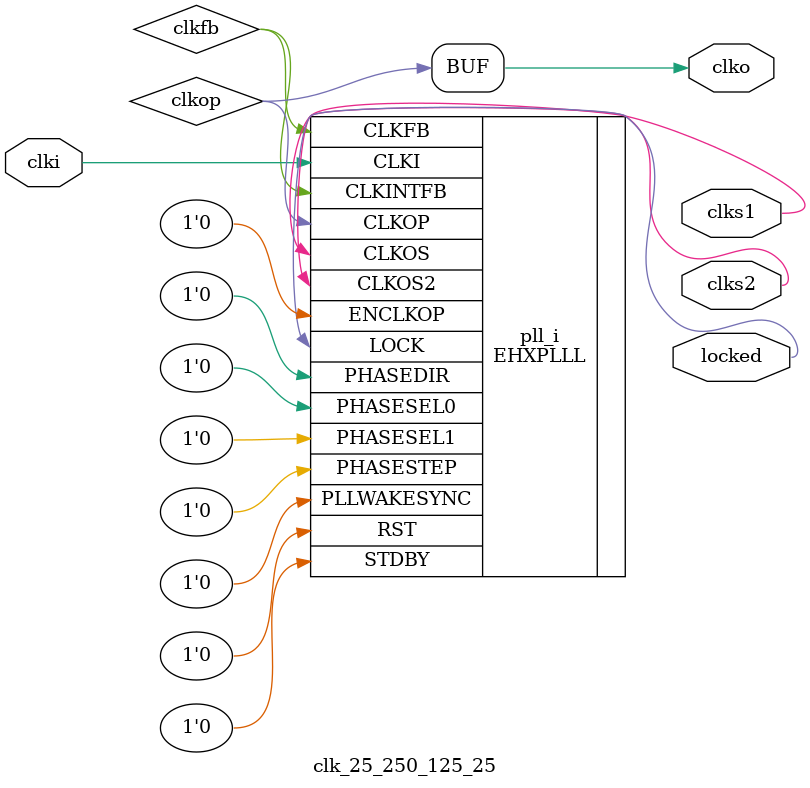
<source format=v>

module fleatop
(
  input  wire clk_25mhz,
  output wire [3:0] gpdi_dp, gpdi_dn,
  output wire PS2_enable,
  input  wire usb_fpga_dp, usb_fpga_dn,
  output wire Dram_CKE,
  output wire Dram_n_cs,
  output wire mmc_n_cs,
  output wire n_led1,
  output wire slave_tx_o,
  input  wire slave_rx_i,
  output wire GPIO_2,   // pin 3 on Raspi header
  input  wire GPIO_3,   // pin 5 on Raspi header
  input  wire ps2_clk2, 
  input  wire ps2_data2
);

  // Housekeeping logic for unwanted peripherals on FleaFPGA Ohm board goes here..
  assign Dram_CKE = 1'b 0;    // DRAM Clock disable.
  assign Dram_n_cs = 1'b 1;   // DRAM Chip disable.
  assign mmc_n_cs = 1'b 1;    // Micro SD card chip disable.
  assign PS2_enable = 1'b 1;  // Configures both USB host ports for legacy PS/2 mode.

  // clock generation
  wire pll_250mhz, pll_125mhz, pll_25mhz;

  clk_25_250_125_25 clk_pll (
    .clki(clk_25mhz),
    .clko(pll_250mhz),
    .clks1(pll_125mhz),
    .clks2(pll_25mhz)
  );

  //------------------------------------------------------------
  // our SRAM
  wire [15:0] sram_pins_din, sram_pins_dout;
  wire sram_pins_drive;
  // SRAM pins
  wire RAMOE;
  wire RAMWE;
  wire RAMCS;
  wire RAMLB;
  wire RAMUB;
  wire [17:0] ADR;
  // Need to populate memory map with internal SRAM:
  // 8K  at 00000 system ROM
  // -- 8K  at 02000 low memory expansion
  // 1K  at 08000 scratch pad
  // -- 24K at 0A000 high memory expansion
  // 32K at 10000 GROM space (system+8K for module)
  // 16K at 20000 VRAM
  // 16K at 40000 cartridge RAM
  // without 32K RAM expansion this amounts to 73K.
  // 5 blocks in total.

  // Since we need byte addressability we need 10 blocks. 
  // For the select signals, note that ADR has 16-bit word address, not byte address.
  // Thus ADR[14] is CPU A15.
/*  
  wire rom_sel = !RAMCS && (!RAMOE || !RAMWE) && (ADR[17:12] == 6'b000_000);    //  8K @ 00000
  wire pad_sel = !RAMCS && (!RAMOE || !RAMWE) && (ADR[17: 9] == 9'b000_1000_00);//  1K @ 08000 
  wire gro_sel = !RAMCS && (!RAMOE || !RAMWE) && (ADR[17:14] == 4'b001_0);      // 32K @ 10000
  wire vra_sel = !RAMCS && (!RAMOE || !RAMWE) && (ADR[17:13] == 5'b010_00);     // 16K @ 20000
  wire car_sel = !RAMCS && (!RAMOE || !RAMWE) && (ADR[17:13] == 5'b100_00);     // 16K @ 40000
*/
  wire rom_sel = (ADR[17:12] == 6'b000_000);    //  8K @ 00000
  wire pad_sel = (ADR[17: 9] == 9'b000_1000_00);//  1K @ 08000 
  wire gro_sel = (ADR[17:14] == 4'b001_0);      // 32K @ 10000
  wire vra_sel = (ADR[17:13] == 5'b010_00);     // 16K @ 20000
  wire car_sel = (ADR[17:13] == 5'b100_00);     // 16K @ 40000
  // Temporarily assign to top of 64K RAM to be able to run EVMBUG
  // wire car_sel = (ADR[17:13] == 5'b000_11);     // 16K @ 40000
 
  // ROM
  wire [7:0] rom_out_lo, rom_out_hi;
  rom16 #(16, 12, 8192/2, "roms/994arom.mem") sysrom(pll_125mhz, ADR[11:0], { rom_out_hi, rom_out_lo} );
  /*
  wire rom_we_lo = rom_sel && !RAMLB && !RAMWE;
  wire rom_we_hi = rom_sel && !RAMUB && !RAMWE;
  dualport_par #(8,12) rom_lb(pll_125mhz, rom_we_lo, ADR[11:0], sram_pins_dout[ 7:0], pll_125mhz, ADR[11:0], rom_out_lo);
  dualport_par #(8,12) rom_hb(pll_125mhz, rom_we_hi, ADR[11:0], sram_pins_dout[15:8], pll_125mhz, ADR[11:0], rom_out_hi);
  */
  // SCRATCHPAD (here 1K not 256bytes)
  wire pad_we_lo = pad_sel && !RAMLB && !RAMWE;
  wire pad_we_hi = pad_sel && !RAMUB && !RAMWE;
  wire [7:0] pad_out_lo, pad_out_hi;
  dualport_par #(8, 9) pad_lb(pll_125mhz, pad_we_lo, ADR[ 8:0], sram_pins_dout[ 7:0], pll_125mhz, ADR[ 8:0], pad_out_lo);
  dualport_par #(8, 9) pad_hb(pll_125mhz, pad_we_hi, ADR[ 8:0], sram_pins_dout[15:8], pll_125mhz, ADR[ 8:0], pad_out_hi);
  // GROM 32K
  wire [7:0] gro_out_lo, gro_out_hi;
  rom16 #(16,14,24576/2,"roms/994agrom.mem") sysgrom(pll_125mhz, ADR[13:0], {gro_out_hi, gro_out_lo } );
  /*
  wire gro_we_lo = gro_sel && !RAMLB && !RAMWE;
  wire gro_we_hi = gro_sel && !RAMUB && !RAMWE;
  dualport_par #(8,14) gro_lb(pll_125mhz, gro_we_lo, ADR[13:0], sram_pins_dout[ 7:0], pll_125mhz, ADR[13:0], gro_out_lo);
  dualport_par #(8,14) gro_hb(pll_125mhz, gro_we_hi, ADR[13:0], sram_pins_dout[15:8], pll_125mhz, ADR[13:0], gro_out_hi);
  */
  // VRAM 16K
  wire vra_we_lo = vra_sel && !RAMLB && !RAMWE;
  wire vra_we_hi = vra_sel && !RAMUB && !RAMWE;
  wire [7:0] vra_out_lo, vra_out_hi;
  dualport_par #(8,13) vra_lb(pll_125mhz, vra_we_lo, ADR[12:0], sram_pins_dout[ 7:0], pll_125mhz, ADR[12:0], vra_out_lo);
  dualport_par #(8,13) vra_hb(pll_125mhz, vra_we_hi, ADR[12:0], sram_pins_dout[15:8], pll_125mhz, ADR[12:0], vra_out_hi);
  // CARTRIDGE (paged, here 2 pages total 16K)
  wire car_we_lo = car_sel && !RAMLB && !RAMWE;
  wire car_we_hi = car_sel && !RAMUB && !RAMWE;
  wire [7:0] car_out_lo, car_out_hi;
  dualport_par #(8,13) car_lb(pll_125mhz, car_we_lo, ADR[12:0], sram_pins_dout[ 7:0], pll_125mhz, ADR[12:0], car_out_lo);
  dualport_par #(8,13) car_hb(pll_125mhz, car_we_hi, ADR[12:0], sram_pins_dout[15:8], pll_125mhz, ADR[12:0], car_out_hi);

  // Data input multiplexer
  assign sram_pins_din = 
    rom_sel ? { rom_out_hi, rom_out_lo } :
    pad_sel ? { pad_out_hi, pad_out_lo } :
    gro_sel ? { gro_out_hi, gro_out_lo } :
    vra_sel ? { vra_out_hi, vra_out_lo } :
    car_sel ? { car_out_hi, car_out_lo } :
    16'h0000;

  // VGA
  wire [3:0] red, green, blue;
  wire hsync, vsync;

//-------------------------------------------------------------------

  wire clk = pll_25mhz;

  // need to implement SRAM here

  // Serial port assignments begin
  // wire serloader_rx = slave_rx_i;  // all incoming traffic goes to serloader 
  wire serloader_rx = GPIO_3;
  wire serloader_tx;
  assign GPIO_2 = serloader_tx; 
  wire tms9902_rx = slave_rx_i;
  wire tms9902_tx;
  assign slave_tx_o = tms9902_tx;
  // Serial port assignments end

  // PS2 keyboard - if there is signals from either port go with that.
  // The port should be pulled up, so I guess and operation should do the trick.
  wire ps2clk = usb_fpga_dp & ps2_clk2;
  wire ps2dat = usb_fpga_dn & ps2_data2;

  wire [3:0] LED;
  wire vde;

  assign n_led1 = LED[3];  // stuck signal

  wire pin_cs, pin_sdin, pin_sclk, pin_d_cn, pin_resn, pin_vccen, pin_pmoden;
  sys ti994a(clk, LED, 
    tms9902_tx, tms9902_rx,
    RAMOE, RAMWE, RAMCS, RAMLB, RAMUB,
    ADR, 
    sram_pins_din, sram_pins_dout,
    sram_pins_drive,
    red, green, blue, hsync, vsync,
    1'b1,  // cpu_reset_switch_n
    // LCD signals
    pin_cs, pin_sdin, pin_sclk, pin_d_cn, pin_resn, pin_vccen, pin_pmoden,
    // bootloader UART
    serloader_tx, serloader_rx,
    vde, // video display enable signal
    ps2clk, ps2dat
  );

  wire [7:0] red_out   = { red,   4'h0 };
  wire [7:0] green_out = { green, 4'h0 };
  wire [7:0] blue_out  = { blue,  4'h0 };

  wire hsyn = ~hsync;
  wire vsyn = ~vsync;
  DVI_out out(pll_25mhz, pll_125mhz, red_out, green_out, blue_out, 
    vde, hsyn, vsyn, gpdi_dp, gpdi_dn);

endmodule

module clk_25_250_125_25(
  input clki, 
  output clks1,
  output clks2,
  output locked,
  output clko
);
  wire clkfb;
  wire clkos;
  wire clkop;
  (* ICP_CURRENT="12" *) (* LPF_RESISTOR="8" *) (* MFG_ENABLE_FILTEROPAMP="1" *) (* MFG_GMCREF_SEL="2" *)
  EHXPLLL #(
      .PLLRST_ENA("DISABLED"),
      .INTFB_WAKE("DISABLED"),
      .STDBY_ENABLE("DISABLED"),
      .DPHASE_SOURCE("DISABLED"),
      .CLKOP_FPHASE(0),
      .CLKOP_CPHASE(0),
      .OUTDIVIDER_MUXA("DIVA"),
      .CLKOP_ENABLE("ENABLED"),
      .CLKOP_DIV(2),
      .CLKOS_ENABLE("ENABLED"),
      .CLKOS_DIV(4),
      .CLKOS_CPHASE(0),
      .CLKOS_FPHASE(0),
      .CLKOS2_ENABLE("ENABLED"),
      .CLKOS2_DIV(20),
      .CLKOS2_CPHASE(0),
      .CLKOS2_FPHASE(0),
      .CLKFB_DIV(10),
      .CLKI_DIV(1),
      .FEEDBK_PATH("INT_OP")
    ) pll_i (
      .CLKI(clki),
      .CLKFB(clkfb),
      .CLKINTFB(clkfb),
      .CLKOP(clkop),
      .CLKOS(clks1),
      .CLKOS2(clks2),
      .RST(1'b0),
      .STDBY(1'b0),
      .PHASESEL0(1'b0),
      .PHASESEL1(1'b0),
      .PHASEDIR(1'b0),
      .PHASESTEP(1'b0),
      .PLLWAKESYNC(1'b0),
      .ENCLKOP(1'b0),
      .LOCK(locked)
    );
  assign clko = clkop;
endmodule

</source>
